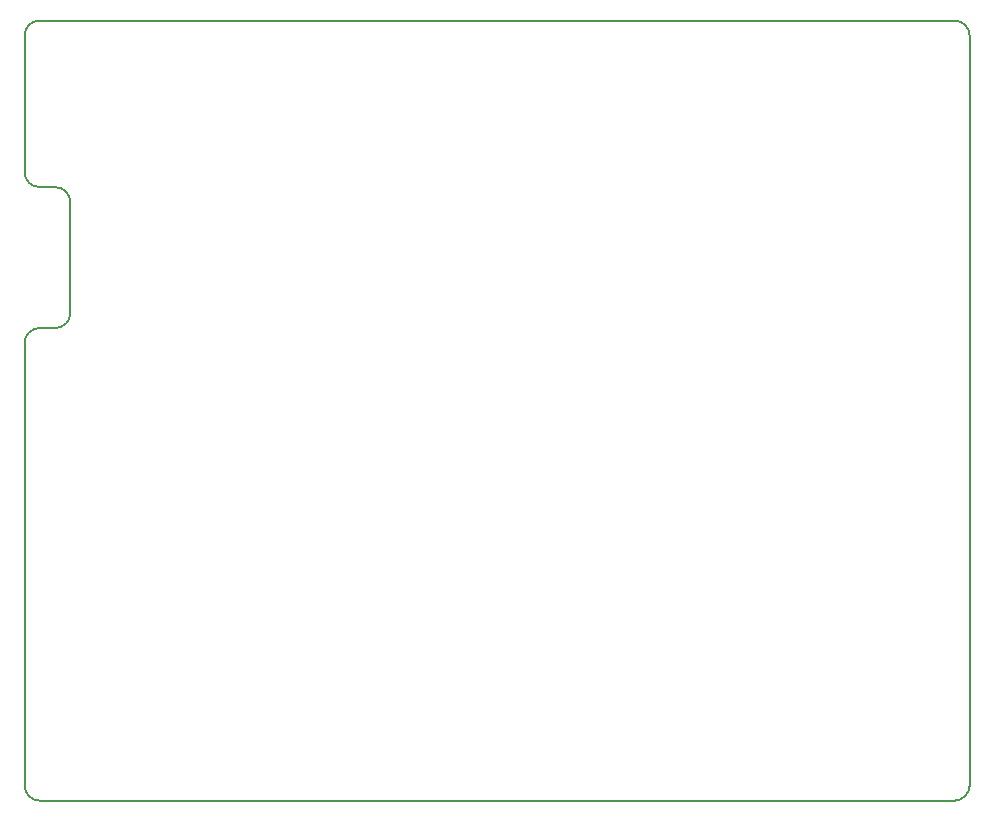
<source format=gbr>
G04 #@! TF.GenerationSoftware,KiCad,Pcbnew,(5.1.2)-2*
G04 #@! TF.CreationDate,2021-02-22T11:23:01-08:00*
G04 #@! TF.ProjectId,eZ_Navi-Delete,655a5f4e-6176-4692-9d44-656c6574652e,rev?*
G04 #@! TF.SameCoordinates,PX9347200PY548a170*
G04 #@! TF.FileFunction,Profile,NP*
%FSLAX46Y46*%
G04 Gerber Fmt 4.6, Leading zero omitted, Abs format (unit mm)*
G04 Created by KiCad (PCBNEW (5.1.2)-2) date 2021-02-22 11:23:01*
%MOMM*%
%LPD*%
G04 APERTURE LIST*
%ADD10C,0.150000*%
G04 APERTURE END LIST*
D10*
X-43307000Y5461000D02*
G75*
G02X-42037000Y6731000I1270000J0D01*
G01*
X-42037000Y18669000D02*
G75*
G02X-43307000Y19939000I0J1270000D01*
G01*
X-40703500Y18669000D02*
G75*
G02X-39433500Y17399000I0J-1270000D01*
G01*
X-39433500Y8001000D02*
G75*
G02X-40703500Y6731000I-1270000J0D01*
G01*
X-43307000Y5461000D02*
X-43307000Y-32004000D01*
X-40703500Y18669000D02*
X-42037000Y18669000D01*
X-39433500Y8001000D02*
X-39433500Y17399000D01*
X-42037000Y6731000D02*
X-40703500Y6731000D01*
X35433000Y-33274000D02*
G75*
G03X36703000Y-32004000I0J1270000D01*
G01*
X36703000Y31496000D02*
G75*
G03X35433000Y32766000I-1270000J0D01*
G01*
X-42037000Y32766000D02*
G75*
G03X-43307000Y31496000I0J-1270000D01*
G01*
X-43307000Y-32004000D02*
G75*
G03X-42037000Y-33274000I1270000J0D01*
G01*
X-43307000Y19939000D02*
X-43307000Y31496000D01*
X35433000Y-33274000D02*
X-42037000Y-33274000D01*
X36703000Y31496000D02*
X36703000Y-32004000D01*
X-42037000Y32766000D02*
X35433000Y32766000D01*
M02*

</source>
